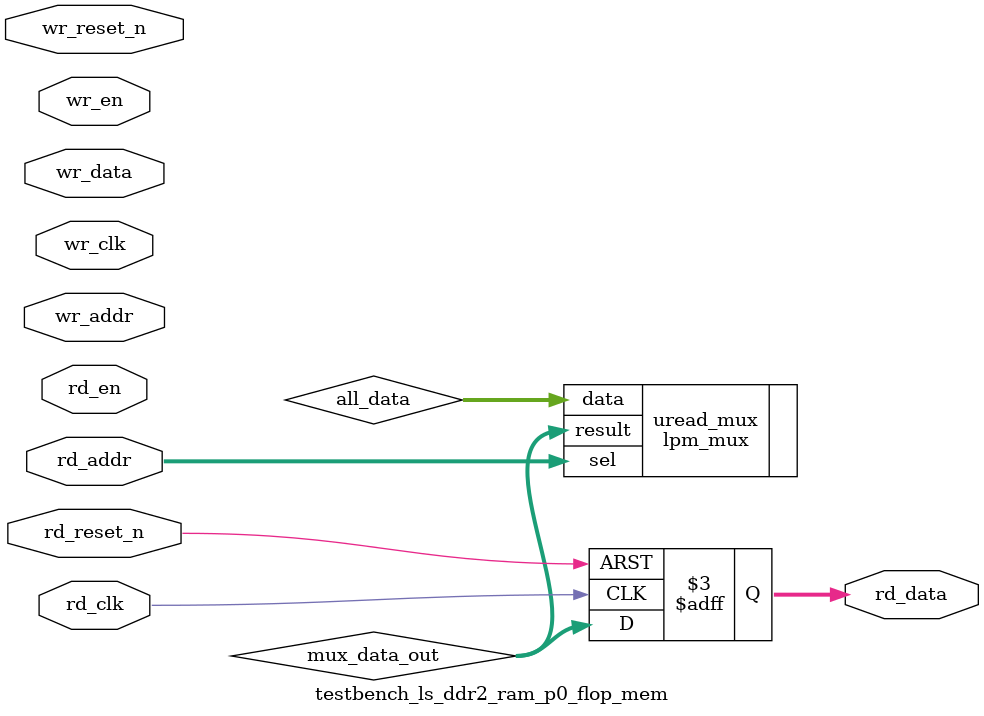
<source format=v>



`timescale 1 ps / 1 ps

(* altera_attribute = "-name ALLOW_SYNCH_CTRL_USAGE ON;-name AUTO_CLOCK_ENABLE_RECOGNITION ON" *)
module testbench_ls_ddr2_ram_p0_flop_mem(
	wr_reset_n,
	wr_clk,
	wr_en,
	wr_addr,
	wr_data,
	rd_reset_n,
	rd_clk,
	rd_en,
	rd_addr,
	rd_data
);

parameter WRITE_MEM_DEPTH	= "";
parameter WRITE_ADDR_WIDTH	= "";
parameter WRITE_DATA_WIDTH	= "";
parameter READ_MEM_DEPTH	= "";
parameter READ_ADDR_WIDTH	= "";		 
parameter READ_DATA_WIDTH	= "";


input	wr_reset_n;
input	wr_clk;
input	wr_en;
input	[WRITE_ADDR_WIDTH-1:0] wr_addr;
input	[WRITE_DATA_WIDTH-1:0] wr_data;
input	rd_reset_n;
input	rd_clk;
input	rd_en;
input	[READ_ADDR_WIDTH-1:0] rd_addr;
output	[READ_DATA_WIDTH-1:0] rd_data;



wire	[WRITE_DATA_WIDTH*WRITE_MEM_DEPTH-1:0] all_data;
wire	[READ_DATA_WIDTH-1:0] mux_data_out;



// declare a memory with WRITE_MEM_DEPTH entries
// each entry contains a data size of WRITE_DATA_WIDTH
reg	[WRITE_DATA_WIDTH-1:0] data_stored [0:WRITE_MEM_DEPTH-1] /* synthesis syn_preserve = 1 */;
reg	[READ_DATA_WIDTH-1:0] rd_data;

generate
genvar entry;
	for (entry=0; entry < WRITE_MEM_DEPTH; entry=entry+1)
	begin: mem_location
		assign all_data[(WRITE_DATA_WIDTH*(entry+1)-1) : (WRITE_DATA_WIDTH*entry)] = data_stored[entry]; 
		
		always @(posedge wr_clk or negedge wr_reset_n)
		begin
			if (~wr_reset_n) begin
				data_stored[entry] <= {WRITE_DATA_WIDTH{1'b0}};
			end else begin
				if (wr_en) begin
					if (entry == wr_addr) begin
						data_stored[entry] <= wr_data;
					end
				end
			end
		end		
	end
endgenerate

// mux to select the correct output data based on read address
lpm_mux	uread_mux(
	.sel (rd_addr),
	.data (all_data),
	.result (mux_data_out)
	// synopsys translate_off
	,
	.aclr (),
	.clken (),
	.clock ()
	// synopsys translate_on
	);
 defparam uread_mux.lpm_size = READ_MEM_DEPTH;
 defparam uread_mux.lpm_type = "LPM_MUX";
 defparam uread_mux.lpm_width = READ_DATA_WIDTH;
 defparam uread_mux.lpm_widths = READ_ADDR_WIDTH;

always @(posedge rd_clk or negedge rd_reset_n)	
begin
	if (~rd_reset_n) begin
		rd_data <= {READ_DATA_WIDTH{1'b0}};
	end else begin
		rd_data <= mux_data_out;
	end
end

endmodule

</source>
